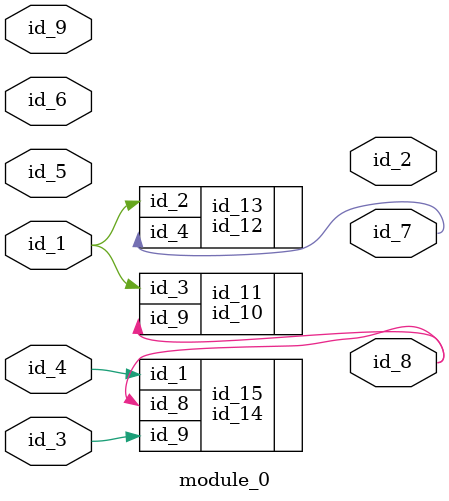
<source format=v>
module module_0 (
    id_1,
    id_2,
    id_3,
    id_4,
    id_5,
    id_6,
    id_7,
    id_8,
    id_9
);
  input id_9;
  output id_8;
  output id_7;
  input id_6;
  input id_5;
  input id_4;
  input id_3;
  output id_2;
  input id_1;
  id_10 id_11 (
      .id_9(id_8),
      .id_3(id_1)
  );
  id_12 id_13 (
      .id_4(id_7),
      .id_2(id_1)
  );
  id_14 id_15 (
      .id_8(id_8),
      .id_1(id_4),
      .id_9(id_3)
  );
endmodule

</source>
